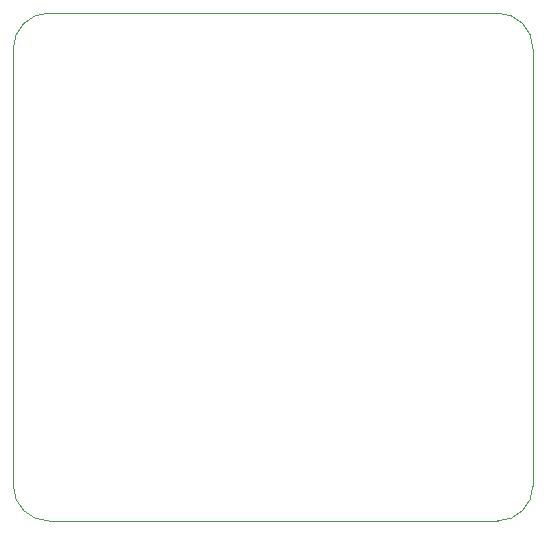
<source format=gbr>
%TF.GenerationSoftware,KiCad,Pcbnew,8.0.8*%
%TF.CreationDate,2025-02-07T16:47:41-05:00*%
%TF.ProjectId,power-delivery-board,706f7765-722d-4646-956c-69766572792d,rev?*%
%TF.SameCoordinates,Original*%
%TF.FileFunction,Profile,NP*%
%FSLAX46Y46*%
G04 Gerber Fmt 4.6, Leading zero omitted, Abs format (unit mm)*
G04 Created by KiCad (PCBNEW 8.0.8) date 2025-02-07 16:47:41*
%MOMM*%
%LPD*%
G01*
G04 APERTURE LIST*
%TA.AperFunction,Profile*%
%ADD10C,0.050000*%
%TD*%
G04 APERTURE END LIST*
D10*
X55198845Y-84104083D02*
G75*
G02*
X52198817Y-81104083I-45J2999983D01*
G01*
X52198845Y-44104083D02*
G75*
G02*
X55198845Y-41104145I2999955J-17D01*
G01*
X55198845Y-84104083D02*
X93198845Y-84104083D01*
X52198845Y-44104083D02*
X52198845Y-81104083D01*
X55198845Y-41104083D02*
X93198845Y-41104083D01*
X96198845Y-81104083D02*
G75*
G02*
X93198845Y-84104145I-3000045J-17D01*
G01*
X96198845Y-44104083D02*
X96198845Y-81104083D01*
X93198845Y-41104083D02*
G75*
G02*
X96198817Y-44104083I-45J-3000017D01*
G01*
M02*

</source>
